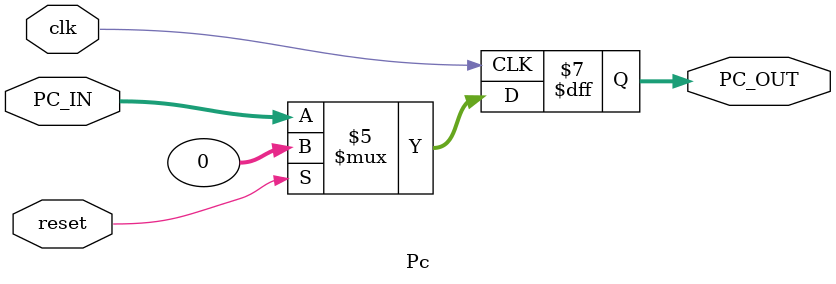
<source format=v>
module Pc(clk,reset,PC_IN,PC_OUT);
input [31:0] PC_IN ; 
input clk; 
input reset; 
output reg [31:0] PC_OUT; 
initial 
	PC_OUT=0;
always @(posedge clk ) 
begin
 if(reset==1'b1)
  PC_OUT <= 1'b0; 
 else 
  PC_OUT <= PC_IN ;  
end 
endmodule 
</source>
